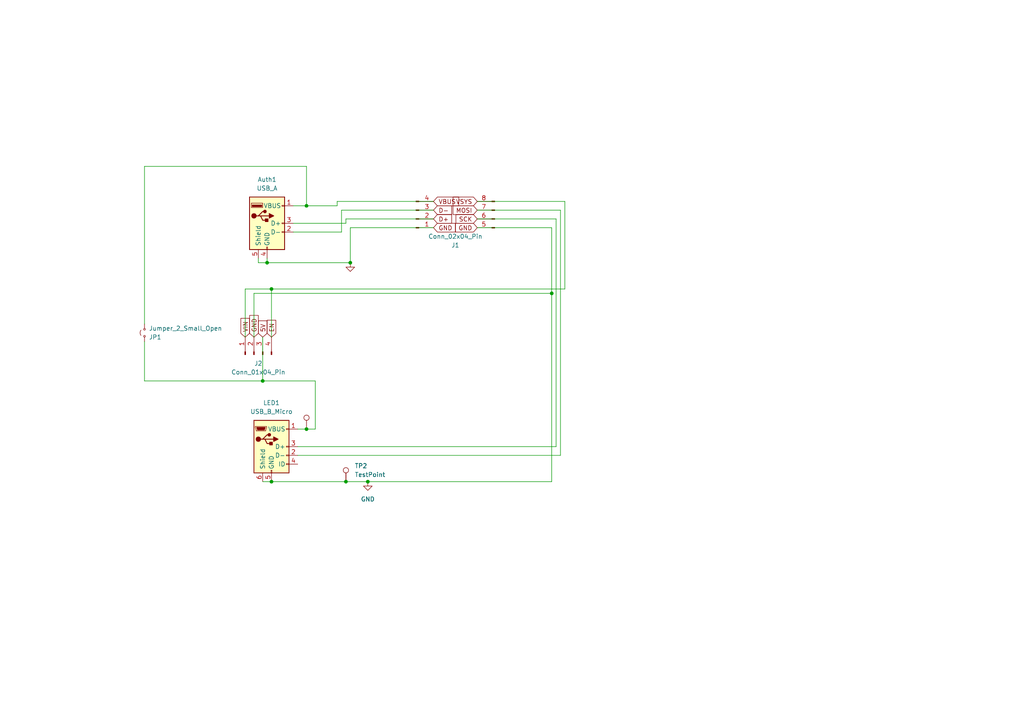
<source format=kicad_sch>
(kicad_sch
	(version 20231120)
	(generator "eeschema")
	(generator_version "8.0")
	(uuid "9fa020fe-4116-4789-b384-fe86ca7975e5")
	(paper "A4")
	(lib_symbols
		(symbol "Connector:Conn_01x04_Pin"
			(pin_names
				(offset 1.016) hide)
			(exclude_from_sim no)
			(in_bom yes)
			(on_board yes)
			(property "Reference" "J"
				(at 0 5.08 0)
				(effects
					(font
						(size 1.27 1.27)
					)
				)
			)
			(property "Value" "Conn_01x04_Pin"
				(at 0 -7.62 0)
				(effects
					(font
						(size 1.27 1.27)
					)
				)
			)
			(property "Footprint" ""
				(at 0 0 0)
				(effects
					(font
						(size 1.27 1.27)
					)
					(hide yes)
				)
			)
			(property "Datasheet" "~"
				(at 0 0 0)
				(effects
					(font
						(size 1.27 1.27)
					)
					(hide yes)
				)
			)
			(property "Description" "Generic connector, single row, 01x04, script generated"
				(at 0 0 0)
				(effects
					(font
						(size 1.27 1.27)
					)
					(hide yes)
				)
			)
			(property "ki_locked" ""
				(at 0 0 0)
				(effects
					(font
						(size 1.27 1.27)
					)
				)
			)
			(property "ki_keywords" "connector"
				(at 0 0 0)
				(effects
					(font
						(size 1.27 1.27)
					)
					(hide yes)
				)
			)
			(property "ki_fp_filters" "Connector*:*_1x??_*"
				(at 0 0 0)
				(effects
					(font
						(size 1.27 1.27)
					)
					(hide yes)
				)
			)
			(symbol "Conn_01x04_Pin_1_1"
				(polyline
					(pts
						(xy 1.27 -5.08) (xy 0.8636 -5.08)
					)
					(stroke
						(width 0.1524)
						(type default)
					)
					(fill
						(type none)
					)
				)
				(polyline
					(pts
						(xy 1.27 -2.54) (xy 0.8636 -2.54)
					)
					(stroke
						(width 0.1524)
						(type default)
					)
					(fill
						(type none)
					)
				)
				(polyline
					(pts
						(xy 1.27 0) (xy 0.8636 0)
					)
					(stroke
						(width 0.1524)
						(type default)
					)
					(fill
						(type none)
					)
				)
				(polyline
					(pts
						(xy 1.27 2.54) (xy 0.8636 2.54)
					)
					(stroke
						(width 0.1524)
						(type default)
					)
					(fill
						(type none)
					)
				)
				(rectangle
					(start 0.8636 -4.953)
					(end 0 -5.207)
					(stroke
						(width 0.1524)
						(type default)
					)
					(fill
						(type outline)
					)
				)
				(rectangle
					(start 0.8636 -2.413)
					(end 0 -2.667)
					(stroke
						(width 0.1524)
						(type default)
					)
					(fill
						(type outline)
					)
				)
				(rectangle
					(start 0.8636 0.127)
					(end 0 -0.127)
					(stroke
						(width 0.1524)
						(type default)
					)
					(fill
						(type outline)
					)
				)
				(rectangle
					(start 0.8636 2.667)
					(end 0 2.413)
					(stroke
						(width 0.1524)
						(type default)
					)
					(fill
						(type outline)
					)
				)
				(pin passive line
					(at 5.08 2.54 180)
					(length 3.81)
					(name "Pin_1"
						(effects
							(font
								(size 1.27 1.27)
							)
						)
					)
					(number "1"
						(effects
							(font
								(size 1.27 1.27)
							)
						)
					)
				)
				(pin passive line
					(at 5.08 0 180)
					(length 3.81)
					(name "Pin_2"
						(effects
							(font
								(size 1.27 1.27)
							)
						)
					)
					(number "2"
						(effects
							(font
								(size 1.27 1.27)
							)
						)
					)
				)
				(pin passive line
					(at 5.08 -2.54 180)
					(length 3.81)
					(name "Pin_3"
						(effects
							(font
								(size 1.27 1.27)
							)
						)
					)
					(number "3"
						(effects
							(font
								(size 1.27 1.27)
							)
						)
					)
				)
				(pin passive line
					(at 5.08 -5.08 180)
					(length 3.81)
					(name "Pin_4"
						(effects
							(font
								(size 1.27 1.27)
							)
						)
					)
					(number "4"
						(effects
							(font
								(size 1.27 1.27)
							)
						)
					)
				)
			)
		)
		(symbol "Connector:TestPoint"
			(pin_numbers hide)
			(pin_names
				(offset 0.762) hide)
			(exclude_from_sim no)
			(in_bom yes)
			(on_board yes)
			(property "Reference" "TP"
				(at 0 6.858 0)
				(effects
					(font
						(size 1.27 1.27)
					)
				)
			)
			(property "Value" "TestPoint"
				(at 0 5.08 0)
				(effects
					(font
						(size 1.27 1.27)
					)
				)
			)
			(property "Footprint" ""
				(at 5.08 0 0)
				(effects
					(font
						(size 1.27 1.27)
					)
					(hide yes)
				)
			)
			(property "Datasheet" "~"
				(at 5.08 0 0)
				(effects
					(font
						(size 1.27 1.27)
					)
					(hide yes)
				)
			)
			(property "Description" "test point"
				(at 0 0 0)
				(effects
					(font
						(size 1.27 1.27)
					)
					(hide yes)
				)
			)
			(property "ki_keywords" "test point tp"
				(at 0 0 0)
				(effects
					(font
						(size 1.27 1.27)
					)
					(hide yes)
				)
			)
			(property "ki_fp_filters" "Pin* Test*"
				(at 0 0 0)
				(effects
					(font
						(size 1.27 1.27)
					)
					(hide yes)
				)
			)
			(symbol "TestPoint_0_1"
				(circle
					(center 0 3.302)
					(radius 0.762)
					(stroke
						(width 0)
						(type default)
					)
					(fill
						(type none)
					)
				)
			)
			(symbol "TestPoint_1_1"
				(pin passive line
					(at 0 0 90)
					(length 2.54)
					(name "1"
						(effects
							(font
								(size 1.27 1.27)
							)
						)
					)
					(number "1"
						(effects
							(font
								(size 1.27 1.27)
							)
						)
					)
				)
			)
		)
		(symbol "Connector:USB_A"
			(pin_names
				(offset 1.016)
			)
			(exclude_from_sim no)
			(in_bom yes)
			(on_board yes)
			(property "Reference" "J"
				(at -5.08 11.43 0)
				(effects
					(font
						(size 1.27 1.27)
					)
					(justify left)
				)
			)
			(property "Value" "USB_A"
				(at -5.08 8.89 0)
				(effects
					(font
						(size 1.27 1.27)
					)
					(justify left)
				)
			)
			(property "Footprint" ""
				(at 3.81 -1.27 0)
				(effects
					(font
						(size 1.27 1.27)
					)
					(hide yes)
				)
			)
			(property "Datasheet" "~"
				(at 3.81 -1.27 0)
				(effects
					(font
						(size 1.27 1.27)
					)
					(hide yes)
				)
			)
			(property "Description" "USB Type A connector"
				(at 0 0 0)
				(effects
					(font
						(size 1.27 1.27)
					)
					(hide yes)
				)
			)
			(property "ki_keywords" "connector USB"
				(at 0 0 0)
				(effects
					(font
						(size 1.27 1.27)
					)
					(hide yes)
				)
			)
			(property "ki_fp_filters" "USB*"
				(at 0 0 0)
				(effects
					(font
						(size 1.27 1.27)
					)
					(hide yes)
				)
			)
			(symbol "USB_A_0_1"
				(rectangle
					(start -5.08 -7.62)
					(end 5.08 7.62)
					(stroke
						(width 0.254)
						(type default)
					)
					(fill
						(type background)
					)
				)
				(circle
					(center -3.81 2.159)
					(radius 0.635)
					(stroke
						(width 0.254)
						(type default)
					)
					(fill
						(type outline)
					)
				)
				(rectangle
					(start -1.524 4.826)
					(end -4.318 5.334)
					(stroke
						(width 0)
						(type default)
					)
					(fill
						(type outline)
					)
				)
				(rectangle
					(start -1.27 4.572)
					(end -4.572 5.842)
					(stroke
						(width 0)
						(type default)
					)
					(fill
						(type none)
					)
				)
				(circle
					(center -0.635 3.429)
					(radius 0.381)
					(stroke
						(width 0.254)
						(type default)
					)
					(fill
						(type outline)
					)
				)
				(rectangle
					(start -0.127 -7.62)
					(end 0.127 -6.858)
					(stroke
						(width 0)
						(type default)
					)
					(fill
						(type none)
					)
				)
				(polyline
					(pts
						(xy -3.175 2.159) (xy -2.54 2.159) (xy -1.27 3.429) (xy -0.635 3.429)
					)
					(stroke
						(width 0.254)
						(type default)
					)
					(fill
						(type none)
					)
				)
				(polyline
					(pts
						(xy -2.54 2.159) (xy -1.905 2.159) (xy -1.27 0.889) (xy 0 0.889)
					)
					(stroke
						(width 0.254)
						(type default)
					)
					(fill
						(type none)
					)
				)
				(polyline
					(pts
						(xy 0.635 2.794) (xy 0.635 1.524) (xy 1.905 2.159) (xy 0.635 2.794)
					)
					(stroke
						(width 0.254)
						(type default)
					)
					(fill
						(type outline)
					)
				)
				(rectangle
					(start 0.254 1.27)
					(end -0.508 0.508)
					(stroke
						(width 0.254)
						(type default)
					)
					(fill
						(type outline)
					)
				)
				(rectangle
					(start 5.08 -2.667)
					(end 4.318 -2.413)
					(stroke
						(width 0)
						(type default)
					)
					(fill
						(type none)
					)
				)
				(rectangle
					(start 5.08 -0.127)
					(end 4.318 0.127)
					(stroke
						(width 0)
						(type default)
					)
					(fill
						(type none)
					)
				)
				(rectangle
					(start 5.08 4.953)
					(end 4.318 5.207)
					(stroke
						(width 0)
						(type default)
					)
					(fill
						(type none)
					)
				)
			)
			(symbol "USB_A_1_1"
				(polyline
					(pts
						(xy -1.905 2.159) (xy 0.635 2.159)
					)
					(stroke
						(width 0.254)
						(type default)
					)
					(fill
						(type none)
					)
				)
				(pin power_in line
					(at 7.62 5.08 180)
					(length 2.54)
					(name "VBUS"
						(effects
							(font
								(size 1.27 1.27)
							)
						)
					)
					(number "1"
						(effects
							(font
								(size 1.27 1.27)
							)
						)
					)
				)
				(pin bidirectional line
					(at 7.62 -2.54 180)
					(length 2.54)
					(name "D-"
						(effects
							(font
								(size 1.27 1.27)
							)
						)
					)
					(number "2"
						(effects
							(font
								(size 1.27 1.27)
							)
						)
					)
				)
				(pin bidirectional line
					(at 7.62 0 180)
					(length 2.54)
					(name "D+"
						(effects
							(font
								(size 1.27 1.27)
							)
						)
					)
					(number "3"
						(effects
							(font
								(size 1.27 1.27)
							)
						)
					)
				)
				(pin power_in line
					(at 0 -10.16 90)
					(length 2.54)
					(name "GND"
						(effects
							(font
								(size 1.27 1.27)
							)
						)
					)
					(number "4"
						(effects
							(font
								(size 1.27 1.27)
							)
						)
					)
				)
				(pin passive line
					(at -2.54 -10.16 90)
					(length 2.54)
					(name "Shield"
						(effects
							(font
								(size 1.27 1.27)
							)
						)
					)
					(number "5"
						(effects
							(font
								(size 1.27 1.27)
							)
						)
					)
				)
			)
		)
		(symbol "Connector:USB_B_Micro"
			(pin_names
				(offset 1.016)
			)
			(exclude_from_sim no)
			(in_bom yes)
			(on_board yes)
			(property "Reference" "J"
				(at -5.08 11.43 0)
				(effects
					(font
						(size 1.27 1.27)
					)
					(justify left)
				)
			)
			(property "Value" "USB_B_Micro"
				(at -5.08 8.89 0)
				(effects
					(font
						(size 1.27 1.27)
					)
					(justify left)
				)
			)
			(property "Footprint" ""
				(at 3.81 -1.27 0)
				(effects
					(font
						(size 1.27 1.27)
					)
					(hide yes)
				)
			)
			(property "Datasheet" "~"
				(at 3.81 -1.27 0)
				(effects
					(font
						(size 1.27 1.27)
					)
					(hide yes)
				)
			)
			(property "Description" "USB Micro Type B connector"
				(at 0 0 0)
				(effects
					(font
						(size 1.27 1.27)
					)
					(hide yes)
				)
			)
			(property "ki_keywords" "connector USB micro"
				(at 0 0 0)
				(effects
					(font
						(size 1.27 1.27)
					)
					(hide yes)
				)
			)
			(property "ki_fp_filters" "USB*"
				(at 0 0 0)
				(effects
					(font
						(size 1.27 1.27)
					)
					(hide yes)
				)
			)
			(symbol "USB_B_Micro_0_1"
				(rectangle
					(start -5.08 -7.62)
					(end 5.08 7.62)
					(stroke
						(width 0.254)
						(type default)
					)
					(fill
						(type background)
					)
				)
				(circle
					(center -3.81 2.159)
					(radius 0.635)
					(stroke
						(width 0.254)
						(type default)
					)
					(fill
						(type outline)
					)
				)
				(circle
					(center -0.635 3.429)
					(radius 0.381)
					(stroke
						(width 0.254)
						(type default)
					)
					(fill
						(type outline)
					)
				)
				(rectangle
					(start -0.127 -7.62)
					(end 0.127 -6.858)
					(stroke
						(width 0)
						(type default)
					)
					(fill
						(type none)
					)
				)
				(polyline
					(pts
						(xy -1.905 2.159) (xy 0.635 2.159)
					)
					(stroke
						(width 0.254)
						(type default)
					)
					(fill
						(type none)
					)
				)
				(polyline
					(pts
						(xy -3.175 2.159) (xy -2.54 2.159) (xy -1.27 3.429) (xy -0.635 3.429)
					)
					(stroke
						(width 0.254)
						(type default)
					)
					(fill
						(type none)
					)
				)
				(polyline
					(pts
						(xy -2.54 2.159) (xy -1.905 2.159) (xy -1.27 0.889) (xy 0 0.889)
					)
					(stroke
						(width 0.254)
						(type default)
					)
					(fill
						(type none)
					)
				)
				(polyline
					(pts
						(xy 0.635 2.794) (xy 0.635 1.524) (xy 1.905 2.159) (xy 0.635 2.794)
					)
					(stroke
						(width 0.254)
						(type default)
					)
					(fill
						(type outline)
					)
				)
				(polyline
					(pts
						(xy -4.318 5.588) (xy -1.778 5.588) (xy -2.032 4.826) (xy -4.064 4.826) (xy -4.318 5.588)
					)
					(stroke
						(width 0)
						(type default)
					)
					(fill
						(type outline)
					)
				)
				(polyline
					(pts
						(xy -4.699 5.842) (xy -4.699 5.588) (xy -4.445 4.826) (xy -4.445 4.572) (xy -1.651 4.572) (xy -1.651 4.826)
						(xy -1.397 5.588) (xy -1.397 5.842) (xy -4.699 5.842)
					)
					(stroke
						(width 0)
						(type default)
					)
					(fill
						(type none)
					)
				)
				(rectangle
					(start 0.254 1.27)
					(end -0.508 0.508)
					(stroke
						(width 0.254)
						(type default)
					)
					(fill
						(type outline)
					)
				)
				(rectangle
					(start 5.08 -5.207)
					(end 4.318 -4.953)
					(stroke
						(width 0)
						(type default)
					)
					(fill
						(type none)
					)
				)
				(rectangle
					(start 5.08 -2.667)
					(end 4.318 -2.413)
					(stroke
						(width 0)
						(type default)
					)
					(fill
						(type none)
					)
				)
				(rectangle
					(start 5.08 -0.127)
					(end 4.318 0.127)
					(stroke
						(width 0)
						(type default)
					)
					(fill
						(type none)
					)
				)
				(rectangle
					(start 5.08 4.953)
					(end 4.318 5.207)
					(stroke
						(width 0)
						(type default)
					)
					(fill
						(type none)
					)
				)
			)
			(symbol "USB_B_Micro_1_1"
				(pin power_out line
					(at 7.62 5.08 180)
					(length 2.54)
					(name "VBUS"
						(effects
							(font
								(size 1.27 1.27)
							)
						)
					)
					(number "1"
						(effects
							(font
								(size 1.27 1.27)
							)
						)
					)
				)
				(pin bidirectional line
					(at 7.62 -2.54 180)
					(length 2.54)
					(name "D-"
						(effects
							(font
								(size 1.27 1.27)
							)
						)
					)
					(number "2"
						(effects
							(font
								(size 1.27 1.27)
							)
						)
					)
				)
				(pin bidirectional line
					(at 7.62 0 180)
					(length 2.54)
					(name "D+"
						(effects
							(font
								(size 1.27 1.27)
							)
						)
					)
					(number "3"
						(effects
							(font
								(size 1.27 1.27)
							)
						)
					)
				)
				(pin passive line
					(at 7.62 -5.08 180)
					(length 2.54)
					(name "ID"
						(effects
							(font
								(size 1.27 1.27)
							)
						)
					)
					(number "4"
						(effects
							(font
								(size 1.27 1.27)
							)
						)
					)
				)
				(pin power_out line
					(at 0 -10.16 90)
					(length 2.54)
					(name "GND"
						(effects
							(font
								(size 1.27 1.27)
							)
						)
					)
					(number "5"
						(effects
							(font
								(size 1.27 1.27)
							)
						)
					)
				)
				(pin passive line
					(at -2.54 -10.16 90)
					(length 2.54)
					(name "Shield"
						(effects
							(font
								(size 1.27 1.27)
							)
						)
					)
					(number "6"
						(effects
							(font
								(size 1.27 1.27)
							)
						)
					)
				)
			)
		)
		(symbol "CustomSymbols:Conn_02x04_Pin"
			(pin_names
				(offset 1.016) hide)
			(exclude_from_sim no)
			(in_bom yes)
			(on_board yes)
			(property "Reference" "J"
				(at 0 5.08 0)
				(effects
					(font
						(size 1.27 1.27)
					)
				)
			)
			(property "Value" "Conn_02x04_Pin"
				(at 0 -7.62 0)
				(effects
					(font
						(size 1.27 1.27)
					)
				)
			)
			(property "Footprint" ""
				(at -11.43 0 0)
				(effects
					(font
						(size 1.27 1.27)
					)
					(hide yes)
				)
			)
			(property "Datasheet" "~"
				(at -11.43 0 0)
				(effects
					(font
						(size 1.27 1.27)
					)
					(hide yes)
				)
			)
			(property "Description" "Generic connector, single row, 01x04, script generated"
				(at 0 0 0)
				(effects
					(font
						(size 1.27 1.27)
					)
					(hide yes)
				)
			)
			(property "ki_locked" ""
				(at 0 0 0)
				(effects
					(font
						(size 1.27 1.27)
					)
				)
			)
			(property "ki_keywords" "connector"
				(at 0 0 0)
				(effects
					(font
						(size 1.27 1.27)
					)
					(hide yes)
				)
			)
			(property "ki_fp_filters" "Connector*:*_1x??_*"
				(at 0 0 0)
				(effects
					(font
						(size 1.27 1.27)
					)
					(hide yes)
				)
			)
			(symbol "Conn_02x04_Pin_1_1"
				(rectangle
					(start -10.5664 -4.953)
					(end -11.43 -5.207)
					(stroke
						(width 0.1524)
						(type default)
					)
					(fill
						(type outline)
					)
				)
				(rectangle
					(start -10.5664 -2.413)
					(end -11.43 -2.667)
					(stroke
						(width 0.1524)
						(type default)
					)
					(fill
						(type outline)
					)
				)
				(rectangle
					(start -10.5664 0.127)
					(end -11.43 -0.127)
					(stroke
						(width 0.1524)
						(type default)
					)
					(fill
						(type outline)
					)
				)
				(rectangle
					(start -10.5664 2.667)
					(end -11.43 2.413)
					(stroke
						(width 0.1524)
						(type default)
					)
					(fill
						(type outline)
					)
				)
				(polyline
					(pts
						(xy -10.16 -5.08) (xy -10.5664 -5.08)
					)
					(stroke
						(width 0.1524)
						(type default)
					)
					(fill
						(type none)
					)
				)
				(polyline
					(pts
						(xy -10.16 -2.54) (xy -10.5664 -2.54)
					)
					(stroke
						(width 0.1524)
						(type default)
					)
					(fill
						(type none)
					)
				)
				(polyline
					(pts
						(xy -10.16 0) (xy -10.5664 0)
					)
					(stroke
						(width 0.1524)
						(type default)
					)
					(fill
						(type none)
					)
				)
				(polyline
					(pts
						(xy -10.16 2.54) (xy -10.5664 2.54)
					)
					(stroke
						(width 0.1524)
						(type default)
					)
					(fill
						(type none)
					)
				)
				(polyline
					(pts
						(xy 10.16 -5.08) (xy 10.5664 -5.08)
					)
					(stroke
						(width 0.1524)
						(type default)
					)
					(fill
						(type none)
					)
				)
				(polyline
					(pts
						(xy 10.16 -2.54) (xy 10.5664 -2.54)
					)
					(stroke
						(width 0.1524)
						(type default)
					)
					(fill
						(type none)
					)
				)
				(polyline
					(pts
						(xy 10.16 0) (xy 10.5664 0)
					)
					(stroke
						(width 0.1524)
						(type default)
					)
					(fill
						(type none)
					)
				)
				(polyline
					(pts
						(xy 10.16 2.54) (xy 10.5664 2.54)
					)
					(stroke
						(width 0.1524)
						(type default)
					)
					(fill
						(type none)
					)
				)
				(rectangle
					(start 10.5664 -4.953)
					(end 11.43 -5.207)
					(stroke
						(width 0.1524)
						(type default)
					)
					(fill
						(type outline)
					)
				)
				(rectangle
					(start 10.5664 -2.413)
					(end 11.43 -2.667)
					(stroke
						(width 0.1524)
						(type default)
					)
					(fill
						(type outline)
					)
				)
				(rectangle
					(start 10.5664 0.127)
					(end 11.43 -0.127)
					(stroke
						(width 0.1524)
						(type default)
					)
					(fill
						(type outline)
					)
				)
				(rectangle
					(start 10.5664 2.667)
					(end 11.43 2.413)
					(stroke
						(width 0.1524)
						(type default)
					)
					(fill
						(type outline)
					)
				)
				(pin passive line
					(at -6.35 2.54 180)
					(length 3.81)
					(name "Pin_1"
						(effects
							(font
								(size 1.27 1.27)
							)
						)
					)
					(number "1"
						(effects
							(font
								(size 1.27 1.27)
							)
						)
					)
				)
				(pin passive line
					(at -6.35 0 180)
					(length 3.81)
					(name "Pin_2"
						(effects
							(font
								(size 1.27 1.27)
							)
						)
					)
					(number "2"
						(effects
							(font
								(size 1.27 1.27)
							)
						)
					)
				)
				(pin passive line
					(at -6.35 -2.54 180)
					(length 3.81)
					(name "Pin_3"
						(effects
							(font
								(size 1.27 1.27)
							)
						)
					)
					(number "3"
						(effects
							(font
								(size 1.27 1.27)
							)
						)
					)
				)
				(pin passive line
					(at -6.35 -5.08 180)
					(length 3.81)
					(name "Pin_4"
						(effects
							(font
								(size 1.27 1.27)
							)
						)
					)
					(number "4"
						(effects
							(font
								(size 1.27 1.27)
							)
						)
					)
				)
				(pin passive line
					(at 6.35 2.54 0)
					(length 3.81)
					(name "Pin_5"
						(effects
							(font
								(size 1.27 1.27)
							)
						)
					)
					(number "5"
						(effects
							(font
								(size 1.27 1.27)
							)
						)
					)
				)
				(pin passive line
					(at 6.35 0 0)
					(length 3.81)
					(name "Pin_6"
						(effects
							(font
								(size 1.27 1.27)
							)
						)
					)
					(number "6"
						(effects
							(font
								(size 1.27 1.27)
							)
						)
					)
				)
				(pin passive line
					(at 6.35 -2.54 0)
					(length 3.81)
					(name "Pin_7"
						(effects
							(font
								(size 1.27 1.27)
							)
						)
					)
					(number "7"
						(effects
							(font
								(size 1.27 1.27)
							)
						)
					)
				)
				(pin passive line
					(at 6.35 -5.08 0)
					(length 3.81)
					(name "Pin_8"
						(effects
							(font
								(size 1.27 1.27)
							)
						)
					)
					(number "8"
						(effects
							(font
								(size 1.27 1.27)
							)
						)
					)
				)
			)
		)
		(symbol "Jumper:Jumper_2_Small_Open"
			(pin_numbers hide)
			(pin_names
				(offset 0) hide)
			(exclude_from_sim yes)
			(in_bom yes)
			(on_board yes)
			(property "Reference" "JP"
				(at 0 2.794 0)
				(effects
					(font
						(size 1.27 1.27)
					)
				)
			)
			(property "Value" "Jumper_2_Small_Open"
				(at 0 -2.286 0)
				(effects
					(font
						(size 1.27 1.27)
					)
				)
			)
			(property "Footprint" ""
				(at 0 0 0)
				(effects
					(font
						(size 1.27 1.27)
					)
					(hide yes)
				)
			)
			(property "Datasheet" "~"
				(at 0 0 0)
				(effects
					(font
						(size 1.27 1.27)
					)
					(hide yes)
				)
			)
			(property "Description" "Jumper, 2-pole, small symbol, open"
				(at 0 0 0)
				(effects
					(font
						(size 1.27 1.27)
					)
					(hide yes)
				)
			)
			(property "ki_keywords" "Jumper SPST"
				(at 0 0 0)
				(effects
					(font
						(size 1.27 1.27)
					)
					(hide yes)
				)
			)
			(property "ki_fp_filters" "Jumper* TestPoint*2Pads* TestPoint*Bridge*"
				(at 0 0 0)
				(effects
					(font
						(size 1.27 1.27)
					)
					(hide yes)
				)
			)
			(symbol "Jumper_2_Small_Open_0_0"
				(circle
					(center -1.016 0)
					(radius 0.254)
					(stroke
						(width 0)
						(type default)
					)
					(fill
						(type none)
					)
				)
				(circle
					(center 1.016 0)
					(radius 0.254)
					(stroke
						(width 0)
						(type default)
					)
					(fill
						(type none)
					)
				)
			)
			(symbol "Jumper_2_Small_Open_0_1"
				(arc
					(start 0.762 1.0196)
					(mid 0 1.2729)
					(end -0.762 1.0196)
					(stroke
						(width 0)
						(type default)
					)
					(fill
						(type none)
					)
				)
			)
			(symbol "Jumper_2_Small_Open_1_1"
				(pin passive line
					(at -2.54 0 0)
					(length 1.27)
					(name "A"
						(effects
							(font
								(size 1.27 1.27)
							)
						)
					)
					(number "1"
						(effects
							(font
								(size 1.27 1.27)
							)
						)
					)
				)
				(pin passive line
					(at 2.54 0 180)
					(length 1.27)
					(name "B"
						(effects
							(font
								(size 1.27 1.27)
							)
						)
					)
					(number "2"
						(effects
							(font
								(size 1.27 1.27)
							)
						)
					)
				)
			)
		)
		(symbol "power:GND"
			(power)
			(pin_numbers hide)
			(pin_names
				(offset 0) hide)
			(exclude_from_sim no)
			(in_bom yes)
			(on_board yes)
			(property "Reference" "#PWR"
				(at 0 -6.35 0)
				(effects
					(font
						(size 1.27 1.27)
					)
					(hide yes)
				)
			)
			(property "Value" "GND"
				(at 0 -3.81 0)
				(effects
					(font
						(size 1.27 1.27)
					)
				)
			)
			(property "Footprint" ""
				(at 0 0 0)
				(effects
					(font
						(size 1.27 1.27)
					)
					(hide yes)
				)
			)
			(property "Datasheet" ""
				(at 0 0 0)
				(effects
					(font
						(size 1.27 1.27)
					)
					(hide yes)
				)
			)
			(property "Description" "Power symbol creates a global label with name \"GND\" , ground"
				(at 0 0 0)
				(effects
					(font
						(size 1.27 1.27)
					)
					(hide yes)
				)
			)
			(property "ki_keywords" "global power"
				(at 0 0 0)
				(effects
					(font
						(size 1.27 1.27)
					)
					(hide yes)
				)
			)
			(symbol "GND_0_1"
				(polyline
					(pts
						(xy 0 0) (xy 0 -1.27) (xy 1.27 -1.27) (xy 0 -2.54) (xy -1.27 -1.27) (xy 0 -1.27)
					)
					(stroke
						(width 0)
						(type default)
					)
					(fill
						(type none)
					)
				)
			)
			(symbol "GND_1_1"
				(pin power_in line
					(at 0 0 270)
					(length 0)
					(name "~"
						(effects
							(font
								(size 1.27 1.27)
							)
						)
					)
					(number "1"
						(effects
							(font
								(size 1.27 1.27)
							)
						)
					)
				)
			)
		)
	)
	(junction
		(at 101.6 76.2)
		(diameter 0)
		(color 0 0 0 0)
		(uuid "1dcf4424-c2bb-496f-b6a6-eaf8dd169400")
	)
	(junction
		(at 100.33 139.7)
		(diameter 0)
		(color 0 0 0 0)
		(uuid "37eb175f-bd47-4b52-aa88-29f6e6d19fda")
	)
	(junction
		(at 78.74 139.7)
		(diameter 0)
		(color 0 0 0 0)
		(uuid "4817bf0c-7b8f-4f22-ada6-125a6be49c23")
	)
	(junction
		(at 78.74 83.82)
		(diameter 0)
		(color 0 0 0 0)
		(uuid "5c40ae74-2ed3-4448-b56c-6ede9a56b88f")
	)
	(junction
		(at 160.02 85.09)
		(diameter 0)
		(color 0 0 0 0)
		(uuid "6ef720d4-8326-4448-8eea-1a80bba9106c")
	)
	(junction
		(at 88.9 124.46)
		(diameter 0)
		(color 0 0 0 0)
		(uuid "80c912b4-364c-424e-8f86-423c894965c0")
	)
	(junction
		(at 77.47 76.2)
		(diameter 0)
		(color 0 0 0 0)
		(uuid "926d7c37-713f-48e7-b2c6-7dde8e82b3af")
	)
	(junction
		(at 76.2 110.49)
		(diameter 0)
		(color 0 0 0 0)
		(uuid "bc7a4e1d-826b-44e1-99e4-53d67a3dfea5")
	)
	(junction
		(at 88.9 59.69)
		(diameter 0)
		(color 0 0 0 0)
		(uuid "c42cd8fc-1b4c-4a8a-8a21-9d3b1d32e002")
	)
	(junction
		(at 106.68 139.7)
		(diameter 0)
		(color 0 0 0 0)
		(uuid "ea3c7311-baa3-4460-aef1-575e0c365f52")
	)
	(wire
		(pts
			(xy 85.09 67.31) (xy 99.06 67.31)
		)
		(stroke
			(width 0)
			(type default)
		)
		(uuid "02e1049a-1304-4aed-ba0a-a953eb354137")
	)
	(wire
		(pts
			(xy 138.43 66.04) (xy 160.02 66.04)
		)
		(stroke
			(width 0)
			(type default)
		)
		(uuid "0657da62-3a68-42e0-a4ac-67ccd2c13e8e")
	)
	(wire
		(pts
			(xy 106.68 139.7) (xy 160.02 139.7)
		)
		(stroke
			(width 0)
			(type default)
		)
		(uuid "067e6d42-5df3-46cc-a25f-6cf212e0a381")
	)
	(wire
		(pts
			(xy 77.47 76.2) (xy 74.93 76.2)
		)
		(stroke
			(width 0)
			(type default)
		)
		(uuid "06f3358d-2120-4bd1-b3c8-e56b4962b2c8")
	)
	(wire
		(pts
			(xy 162.56 60.96) (xy 162.56 132.08)
		)
		(stroke
			(width 0)
			(type default)
		)
		(uuid "0a6f62bc-da21-46b1-a31a-8fb0ee511c68")
	)
	(wire
		(pts
			(xy 161.29 63.5) (xy 161.29 129.54)
		)
		(stroke
			(width 0)
			(type default)
		)
		(uuid "13ba5435-8700-410f-87cc-a2c4fd787684")
	)
	(wire
		(pts
			(xy 86.36 132.08) (xy 162.56 132.08)
		)
		(stroke
			(width 0)
			(type default)
		)
		(uuid "19b3f673-b825-494f-91ed-b9731358be1d")
	)
	(wire
		(pts
			(xy 41.91 48.26) (xy 88.9 48.26)
		)
		(stroke
			(width 0)
			(type default)
		)
		(uuid "1f594ca0-c984-44f2-87a0-26f4bbf5c961")
	)
	(wire
		(pts
			(xy 88.9 48.26) (xy 88.9 59.69)
		)
		(stroke
			(width 0)
			(type default)
		)
		(uuid "275c0ca4-bcbb-4058-bf31-d202568fd281")
	)
	(wire
		(pts
			(xy 76.2 139.7) (xy 78.74 139.7)
		)
		(stroke
			(width 0)
			(type default)
		)
		(uuid "298a95c3-91c4-4341-9b51-7f10eac96f19")
	)
	(wire
		(pts
			(xy 41.91 93.98) (xy 41.91 48.26)
		)
		(stroke
			(width 0)
			(type default)
		)
		(uuid "29c7e07b-573f-4b51-8e59-120155df5c0b")
	)
	(wire
		(pts
			(xy 78.74 139.7) (xy 100.33 139.7)
		)
		(stroke
			(width 0)
			(type default)
		)
		(uuid "2e7779e7-9a55-47e4-9ec8-b32a1e9b9041")
	)
	(wire
		(pts
			(xy 97.79 59.69) (xy 97.79 58.42)
		)
		(stroke
			(width 0)
			(type default)
		)
		(uuid "2f076104-1622-4761-8f9c-6fbe670fefae")
	)
	(wire
		(pts
			(xy 99.06 60.96) (xy 125.73 60.96)
		)
		(stroke
			(width 0)
			(type default)
		)
		(uuid "344536ee-4e32-454d-9fdb-860fc9ecf192")
	)
	(wire
		(pts
			(xy 138.43 60.96) (xy 162.56 60.96)
		)
		(stroke
			(width 0)
			(type default)
		)
		(uuid "36dcc801-3e5a-43ff-9541-a7e1fdf3d9f6")
	)
	(wire
		(pts
			(xy 99.06 67.31) (xy 99.06 60.96)
		)
		(stroke
			(width 0)
			(type default)
		)
		(uuid "398a0acd-22cd-4a48-a4f5-be8d33643cef")
	)
	(wire
		(pts
			(xy 76.2 110.49) (xy 76.2 97.79)
		)
		(stroke
			(width 0)
			(type default)
		)
		(uuid "496f558a-2858-4fa6-b390-fda353a0e042")
	)
	(wire
		(pts
			(xy 41.91 110.49) (xy 76.2 110.49)
		)
		(stroke
			(width 0)
			(type default)
		)
		(uuid "49cb1157-5ba8-4931-9cd1-c7cb7b3c3493")
	)
	(wire
		(pts
			(xy 78.74 83.82) (xy 78.74 97.79)
		)
		(stroke
			(width 0)
			(type default)
		)
		(uuid "4af09b68-d042-4b42-89f9-a2f348702574")
	)
	(wire
		(pts
			(xy 77.47 76.2) (xy 101.6 76.2)
		)
		(stroke
			(width 0)
			(type default)
		)
		(uuid "4b6a4e0b-d529-46a9-8cc9-6eb2c3aca96e")
	)
	(wire
		(pts
			(xy 74.93 76.2) (xy 74.93 74.93)
		)
		(stroke
			(width 0)
			(type default)
		)
		(uuid "5229bd72-826c-4832-a3be-9545d0a99942")
	)
	(wire
		(pts
			(xy 97.79 58.42) (xy 125.73 58.42)
		)
		(stroke
			(width 0)
			(type default)
		)
		(uuid "6125d1aa-9b2a-4bea-bb07-fc27b60c57c2")
	)
	(wire
		(pts
			(xy 88.9 124.46) (xy 86.36 124.46)
		)
		(stroke
			(width 0)
			(type default)
		)
		(uuid "697f1ef8-dfbe-4090-8473-cc90beb4b7b5")
	)
	(wire
		(pts
			(xy 100.33 64.77) (xy 100.33 63.5)
		)
		(stroke
			(width 0)
			(type default)
		)
		(uuid "7087b870-1eea-4394-80fe-166eb5d96fa1")
	)
	(wire
		(pts
			(xy 160.02 85.09) (xy 160.02 139.7)
		)
		(stroke
			(width 0)
			(type default)
		)
		(uuid "72a360e5-981c-4fc1-ab90-37cb5ac13328")
	)
	(wire
		(pts
			(xy 88.9 59.69) (xy 97.79 59.69)
		)
		(stroke
			(width 0)
			(type default)
		)
		(uuid "79079007-1edf-40c1-b2b6-046cdd5d4d43")
	)
	(wire
		(pts
			(xy 78.74 83.82) (xy 163.83 83.82)
		)
		(stroke
			(width 0)
			(type default)
		)
		(uuid "7ae93b4c-735c-4bb8-a642-cdfa1f8f8faf")
	)
	(wire
		(pts
			(xy 73.66 85.09) (xy 160.02 85.09)
		)
		(stroke
			(width 0)
			(type default)
		)
		(uuid "7eda841a-e181-41d4-bef9-f9600cc0cba3")
	)
	(wire
		(pts
			(xy 160.02 66.04) (xy 160.02 85.09)
		)
		(stroke
			(width 0)
			(type default)
		)
		(uuid "944de8b5-a7e9-42bd-80c4-1946af9d58e3")
	)
	(wire
		(pts
			(xy 85.09 59.69) (xy 88.9 59.69)
		)
		(stroke
			(width 0)
			(type default)
		)
		(uuid "9ac9b9b6-00e0-4fe8-a479-8acb4185d0e5")
	)
	(wire
		(pts
			(xy 91.44 124.46) (xy 88.9 124.46)
		)
		(stroke
			(width 0)
			(type default)
		)
		(uuid "9b1c5826-b6b5-47e7-8018-e6a52904aeff")
	)
	(wire
		(pts
			(xy 138.43 63.5) (xy 161.29 63.5)
		)
		(stroke
			(width 0)
			(type default)
		)
		(uuid "a04b054a-6910-492e-b6d3-950949ce910d")
	)
	(wire
		(pts
			(xy 71.12 97.79) (xy 71.12 83.82)
		)
		(stroke
			(width 0)
			(type default)
		)
		(uuid "ac85fdea-1149-46bc-9070-0860d740b97c")
	)
	(wire
		(pts
			(xy 73.66 97.79) (xy 73.66 85.09)
		)
		(stroke
			(width 0)
			(type default)
		)
		(uuid "af65476d-e6c4-4c02-881e-02457b08f823")
	)
	(wire
		(pts
			(xy 85.09 64.77) (xy 100.33 64.77)
		)
		(stroke
			(width 0)
			(type default)
		)
		(uuid "b83e0faa-1afd-4efd-82a7-b66bae563757")
	)
	(wire
		(pts
			(xy 91.44 124.46) (xy 91.44 110.49)
		)
		(stroke
			(width 0)
			(type default)
		)
		(uuid "c2ed1b26-b048-4504-84ef-bcb1c223fae8")
	)
	(wire
		(pts
			(xy 71.12 83.82) (xy 78.74 83.82)
		)
		(stroke
			(width 0)
			(type default)
		)
		(uuid "cabccf6a-cd43-4b09-8be4-999fa7dc6c72")
	)
	(wire
		(pts
			(xy 163.83 58.42) (xy 163.83 83.82)
		)
		(stroke
			(width 0)
			(type default)
		)
		(uuid "cdf8ef40-c2fa-425c-8090-16d48af188e2")
	)
	(wire
		(pts
			(xy 101.6 66.04) (xy 101.6 76.2)
		)
		(stroke
			(width 0)
			(type default)
		)
		(uuid "d6dafb86-513a-43af-99f9-f42a43479661")
	)
	(wire
		(pts
			(xy 86.36 129.54) (xy 161.29 129.54)
		)
		(stroke
			(width 0)
			(type default)
		)
		(uuid "db645f88-0808-40a9-9043-27baa93beb1e")
	)
	(wire
		(pts
			(xy 91.44 110.49) (xy 76.2 110.49)
		)
		(stroke
			(width 0)
			(type default)
		)
		(uuid "db69b6dc-700e-41f7-8f84-f70fa6893898")
	)
	(wire
		(pts
			(xy 77.47 74.93) (xy 77.47 76.2)
		)
		(stroke
			(width 0)
			(type default)
		)
		(uuid "df5d8f02-e5b9-4de2-8aad-5874612243db")
	)
	(wire
		(pts
			(xy 41.91 99.06) (xy 41.91 110.49)
		)
		(stroke
			(width 0)
			(type default)
		)
		(uuid "e36c4798-9e26-489a-8cdc-58323c41b978")
	)
	(wire
		(pts
			(xy 125.73 66.04) (xy 101.6 66.04)
		)
		(stroke
			(width 0)
			(type default)
		)
		(uuid "ed076080-84b0-47e6-a9ce-e9939a278ec6")
	)
	(wire
		(pts
			(xy 100.33 139.7) (xy 106.68 139.7)
		)
		(stroke
			(width 0)
			(type default)
		)
		(uuid "f6f12cba-d94a-4d6a-818b-3d02254f0c17")
	)
	(wire
		(pts
			(xy 138.43 58.42) (xy 163.83 58.42)
		)
		(stroke
			(width 0)
			(type default)
		)
		(uuid "fd405733-4ba0-46d0-8485-b48a7b5771d3")
	)
	(wire
		(pts
			(xy 100.33 63.5) (xy 125.73 63.5)
		)
		(stroke
			(width 0)
			(type default)
		)
		(uuid "fef33bff-ead3-4cc0-9885-e79ebe12070b")
	)
	(global_label "GND"
		(shape input)
		(at 73.66 97.79 90)
		(fields_autoplaced yes)
		(effects
			(font
				(size 1.27 1.27)
			)
			(justify left)
		)
		(uuid "03dbe2eb-f977-48de-abcf-b8abf6c5d24c")
		(property "Intersheetrefs" "${INTERSHEET_REFS}"
			(at 73.66 90.9343 90)
			(effects
				(font
					(size 1.27 1.27)
				)
				(justify left)
				(hide yes)
			)
		)
	)
	(global_label "GND"
		(shape input)
		(at 125.73 66.04 0)
		(fields_autoplaced yes)
		(effects
			(font
				(size 1.27 1.27)
			)
			(justify left)
		)
		(uuid "04065127-e2c9-4913-973f-10edf4e47284")
		(property "Intersheetrefs" "${INTERSHEET_REFS}"
			(at 132.5857 66.04 0)
			(effects
				(font
					(size 1.27 1.27)
				)
				(justify left)
				(hide yes)
			)
		)
	)
	(global_label "D+"
		(shape input)
		(at 125.73 63.5 0)
		(fields_autoplaced yes)
		(effects
			(font
				(size 1.27 1.27)
			)
			(justify left)
		)
		(uuid "08b844e2-5b7c-4fc3-9b04-b837c1df5374")
		(property "Intersheetrefs" "${INTERSHEET_REFS}"
			(at 131.5576 63.5 0)
			(effects
				(font
					(size 1.27 1.27)
				)
				(justify left)
				(hide yes)
			)
		)
	)
	(global_label "VSYS"
		(shape input)
		(at 138.43 58.42 180)
		(fields_autoplaced yes)
		(effects
			(font
				(size 1.27 1.27)
			)
			(justify right)
		)
		(uuid "17c09950-733d-4176-adde-e63849ac0d44")
		(property "Intersheetrefs" "${INTERSHEET_REFS}"
			(at 130.8486 58.42 0)
			(effects
				(font
					(size 1.27 1.27)
				)
				(justify right)
				(hide yes)
			)
		)
	)
	(global_label "SCK"
		(shape input)
		(at 138.43 63.5 180)
		(fields_autoplaced yes)
		(effects
			(font
				(size 1.27 1.27)
			)
			(justify right)
		)
		(uuid "4687271b-38a8-4fa1-84c5-e9caf75b1837")
		(property "Intersheetrefs" "${INTERSHEET_REFS}"
			(at 131.6953 63.5 0)
			(effects
				(font
					(size 1.27 1.27)
				)
				(justify right)
				(hide yes)
			)
		)
	)
	(global_label "5V"
		(shape input)
		(at 76.2 97.79 90)
		(fields_autoplaced yes)
		(effects
			(font
				(size 1.27 1.27)
			)
			(justify left)
		)
		(uuid "4b30cd17-10c2-4a37-9ef9-87c0bb9afd04")
		(property "Intersheetrefs" "${INTERSHEET_REFS}"
			(at 76.2 92.5067 90)
			(effects
				(font
					(size 1.27 1.27)
				)
				(justify left)
				(hide yes)
			)
		)
	)
	(global_label "MOSI"
		(shape input)
		(at 138.43 60.96 180)
		(fields_autoplaced yes)
		(effects
			(font
				(size 1.27 1.27)
			)
			(justify right)
		)
		(uuid "74943afc-f0c5-4401-8f82-939499eec7a8")
		(property "Intersheetrefs" "${INTERSHEET_REFS}"
			(at 130.8486 60.96 0)
			(effects
				(font
					(size 1.27 1.27)
				)
				(justify right)
				(hide yes)
			)
		)
	)
	(global_label "EN"
		(shape input)
		(at 78.74 97.79 90)
		(fields_autoplaced yes)
		(effects
			(font
				(size 1.27 1.27)
			)
			(justify left)
		)
		(uuid "806a86b7-811b-4f0e-b080-bcc6999a988e")
		(property "Intersheetrefs" "${INTERSHEET_REFS}"
			(at 78.74 92.3253 90)
			(effects
				(font
					(size 1.27 1.27)
				)
				(justify left)
				(hide yes)
			)
		)
	)
	(global_label "VBUS"
		(shape input)
		(at 125.73 58.42 0)
		(fields_autoplaced yes)
		(effects
			(font
				(size 1.27 1.27)
			)
			(justify left)
		)
		(uuid "a1b7c814-5b51-4d17-96e9-77e298c237dd")
		(property "Intersheetrefs" "${INTERSHEET_REFS}"
			(at 133.6138 58.42 0)
			(effects
				(font
					(size 1.27 1.27)
				)
				(justify left)
				(hide yes)
			)
		)
	)
	(global_label "VIN"
		(shape input)
		(at 71.12 97.79 90)
		(fields_autoplaced yes)
		(effects
			(font
				(size 1.27 1.27)
			)
			(justify left)
		)
		(uuid "c5815574-6b1d-47ac-9b21-80f0604af535")
		(property "Intersheetrefs" "${INTERSHEET_REFS}"
			(at 71.12 91.7809 90)
			(effects
				(font
					(size 1.27 1.27)
				)
				(justify left)
				(hide yes)
			)
		)
	)
	(global_label "D-"
		(shape input)
		(at 125.73 60.96 0)
		(fields_autoplaced yes)
		(effects
			(font
				(size 1.27 1.27)
			)
			(justify left)
		)
		(uuid "c856d591-6736-401a-9ac4-4cd253db783c")
		(property "Intersheetrefs" "${INTERSHEET_REFS}"
			(at 131.5576 60.96 0)
			(effects
				(font
					(size 1.27 1.27)
				)
				(justify left)
				(hide yes)
			)
		)
	)
	(global_label "GND"
		(shape input)
		(at 138.43 66.04 180)
		(fields_autoplaced yes)
		(effects
			(font
				(size 1.27 1.27)
			)
			(justify right)
		)
		(uuid "d41acf7d-cf8a-4316-9e54-21616b1b2886")
		(property "Intersheetrefs" "${INTERSHEET_REFS}"
			(at 131.5743 66.04 0)
			(effects
				(font
					(size 1.27 1.27)
				)
				(justify right)
				(hide yes)
			)
		)
	)
	(symbol
		(lib_id "Jumper:Jumper_2_Small_Open")
		(at 41.91 96.52 90)
		(mirror x)
		(unit 1)
		(exclude_from_sim yes)
		(in_bom yes)
		(on_board yes)
		(dnp no)
		(uuid "0db6aba4-9cef-40e1-8a1b-b28482b3cdd6")
		(property "Reference" "JP1"
			(at 43.18 97.7901 90)
			(effects
				(font
					(size 1.27 1.27)
				)
				(justify right)
			)
		)
		(property "Value" "Jumper_2_Small_Open"
			(at 43.18 95.2501 90)
			(effects
				(font
					(size 1.27 1.27)
				)
				(justify right)
			)
		)
		(property "Footprint" "Jumper:SolderJumper-2_P1.3mm_Open_TrianglePad1.0x1.5mm"
			(at 41.91 96.52 0)
			(effects
				(font
					(size 1.27 1.27)
				)
				(hide yes)
			)
		)
		(property "Datasheet" "~"
			(at 41.91 96.52 0)
			(effects
				(font
					(size 1.27 1.27)
				)
				(hide yes)
			)
		)
		(property "Description" "Jumper, 2-pole, small symbol, open"
			(at 41.91 96.52 0)
			(effects
				(font
					(size 1.27 1.27)
				)
				(hide yes)
			)
		)
		(pin "2"
			(uuid "8b1a696d-e1d4-4d51-a8ae-987f20fbfedd")
		)
		(pin "1"
			(uuid "60333ac0-c300-4e36-b6f2-8b450888f4e2")
		)
		(instances
			(project ""
				(path "/9fa020fe-4116-4789-b384-fe86ca7975e5"
					(reference "JP1")
					(unit 1)
				)
			)
		)
	)
	(symbol
		(lib_id "Connector:USB_A")
		(at 77.47 64.77 0)
		(unit 1)
		(exclude_from_sim no)
		(in_bom yes)
		(on_board yes)
		(dnp no)
		(fields_autoplaced yes)
		(uuid "30df10c3-9c2c-4d2a-9935-dff3c72012ed")
		(property "Reference" "Auth1"
			(at 77.47 52.07 0)
			(effects
				(font
					(size 1.27 1.27)
				)
			)
		)
		(property "Value" "USB_A"
			(at 77.47 54.61 0)
			(effects
				(font
					(size 1.27 1.27)
				)
			)
		)
		(property "Footprint" "CustomFootprints:USB_A_Receptacle_GCT_USB1046_Model"
			(at 81.28 66.04 0)
			(effects
				(font
					(size 1.27 1.27)
				)
				(hide yes)
			)
		)
		(property "Datasheet" "~"
			(at 81.28 66.04 0)
			(effects
				(font
					(size 1.27 1.27)
				)
				(hide yes)
			)
		)
		(property "Description" "USB Type A connector"
			(at 77.47 64.77 0)
			(effects
				(font
					(size 1.27 1.27)
				)
				(hide yes)
			)
		)
		(pin "2"
			(uuid "2c257aa1-3706-489e-acb8-bf1a49e1c442")
		)
		(pin "5"
			(uuid "f3da2225-e2bc-4eb6-8b07-cd4f296222c1")
		)
		(pin "1"
			(uuid "13e44bd6-49e2-43d3-9ae9-91d8a799e13f")
		)
		(pin "4"
			(uuid "f41c6476-aa2e-47cd-807e-2d1ef60b1564")
		)
		(pin "3"
			(uuid "b816a989-e0a7-4bbe-8bfb-c9ff20f731e0")
		)
		(instances
			(project ""
				(path "/9fa020fe-4116-4789-b384-fe86ca7975e5"
					(reference "Auth1")
					(unit 1)
				)
			)
		)
	)
	(symbol
		(lib_id "power:GND")
		(at 101.6 76.2 0)
		(unit 1)
		(exclude_from_sim no)
		(in_bom yes)
		(on_board yes)
		(dnp no)
		(fields_autoplaced yes)
		(uuid "4c7fd357-d876-4829-b46c-d0341aed4be5")
		(property "Reference" "#PWR01"
			(at 101.6 82.55 0)
			(effects
				(font
					(size 1.27 1.27)
				)
				(hide yes)
			)
		)
		(property "Value" "GND"
			(at 101.6 81.28 0)
			(effects
				(font
					(size 1.27 1.27)
				)
				(hide yes)
			)
		)
		(property "Footprint" ""
			(at 101.6 76.2 0)
			(effects
				(font
					(size 1.27 1.27)
				)
				(hide yes)
			)
		)
		(property "Datasheet" ""
			(at 101.6 76.2 0)
			(effects
				(font
					(size 1.27 1.27)
				)
				(hide yes)
			)
		)
		(property "Description" "Power symbol creates a global label with name \"GND\" , ground"
			(at 101.6 76.2 0)
			(effects
				(font
					(size 1.27 1.27)
				)
				(hide yes)
			)
		)
		(pin "1"
			(uuid "d02a8313-9452-49fd-9131-2329bc943610")
		)
		(instances
			(project ""
				(path "/9fa020fe-4116-4789-b384-fe86ca7975e5"
					(reference "#PWR01")
					(unit 1)
				)
			)
		)
	)
	(symbol
		(lib_id "Connector:USB_B_Micro")
		(at 78.74 129.54 0)
		(unit 1)
		(exclude_from_sim no)
		(in_bom yes)
		(on_board yes)
		(dnp no)
		(fields_autoplaced yes)
		(uuid "8c9e0ba4-efd1-4b6d-a99c-7a97b19880de")
		(property "Reference" "LED1"
			(at 78.74 116.84 0)
			(effects
				(font
					(size 1.27 1.27)
				)
			)
		)
		(property "Value" "USB_B_Micro"
			(at 78.74 119.38 0)
			(effects
				(font
					(size 1.27 1.27)
				)
			)
		)
		(property "Footprint" "CustomFootprints:USB_Micro-B_Amphenol_10118194-0001LF_Horizontal_Model"
			(at 82.55 130.81 0)
			(effects
				(font
					(size 1.27 1.27)
				)
				(hide yes)
			)
		)
		(property "Datasheet" "~"
			(at 82.55 130.81 0)
			(effects
				(font
					(size 1.27 1.27)
				)
				(hide yes)
			)
		)
		(property "Description" "USB Micro Type B connector"
			(at 78.74 129.54 0)
			(effects
				(font
					(size 1.27 1.27)
				)
				(hide yes)
			)
		)
		(pin "4"
			(uuid "04a29936-1d94-4b3c-8d5c-d03853964d2a")
		)
		(pin "5"
			(uuid "7328aed1-34d5-4cfb-b9eb-8d9bc83392a1")
		)
		(pin "1"
			(uuid "d4ed38d1-7454-440f-af3a-61b9d3288fc4")
		)
		(pin "2"
			(uuid "b7b0b3d4-fbfb-492a-ac4a-1830f42153e0")
		)
		(pin "6"
			(uuid "2522ca9c-ff7e-46ec-8950-d4233b0672a9")
		)
		(pin "3"
			(uuid "84671f22-d179-47ba-8721-d63ec3aeb9fd")
		)
		(instances
			(project ""
				(path "/9fa020fe-4116-4789-b384-fe86ca7975e5"
					(reference "LED1")
					(unit 1)
				)
			)
		)
	)
	(symbol
		(lib_id "Connector:Conn_01x04_Pin")
		(at 73.66 102.87 90)
		(unit 1)
		(exclude_from_sim no)
		(in_bom yes)
		(on_board yes)
		(dnp no)
		(fields_autoplaced yes)
		(uuid "addfbfa9-40ec-49df-b5e6-6440b473fdb8")
		(property "Reference" "J2"
			(at 74.93 105.41 90)
			(effects
				(font
					(size 1.27 1.27)
				)
			)
		)
		(property "Value" "Conn_01x04_Pin"
			(at 74.93 107.95 90)
			(effects
				(font
					(size 1.27 1.27)
				)
			)
		)
		(property "Footprint" "Connector_PinHeader_2.54mm:PinHeader_1x04_P2.54mm_Vertical"
			(at 73.66 102.87 0)
			(effects
				(font
					(size 1.27 1.27)
				)
				(hide yes)
			)
		)
		(property "Datasheet" "~"
			(at 73.66 102.87 0)
			(effects
				(font
					(size 1.27 1.27)
				)
				(hide yes)
			)
		)
		(property "Description" "Generic connector, single row, 01x04, script generated"
			(at 73.66 102.87 0)
			(effects
				(font
					(size 1.27 1.27)
				)
				(hide yes)
			)
		)
		(pin "2"
			(uuid "6b76a3c9-5e3c-4d06-8114-a13f3c77a643")
		)
		(pin "1"
			(uuid "27b1ee39-d993-4576-85bd-df15f0c9d2fb")
		)
		(pin "4"
			(uuid "540a743e-40b9-4201-ba86-8229d7231386")
		)
		(pin "3"
			(uuid "67b874c8-514b-4482-8ea0-586a6b9ba162")
		)
		(instances
			(project ""
				(path "/9fa020fe-4116-4789-b384-fe86ca7975e5"
					(reference "J2")
					(unit 1)
				)
			)
		)
	)
	(symbol
		(lib_id "Connector:TestPoint")
		(at 88.9 124.46 0)
		(unit 1)
		(exclude_from_sim no)
		(in_bom yes)
		(on_board yes)
		(dnp no)
		(fields_autoplaced yes)
		(uuid "aebac030-3b8e-4997-bed3-fa7fc9a91ba7")
		(property "Reference" "TP1"
			(at 91.44 119.8879 0)
			(effects
				(font
					(size 1.27 1.27)
				)
				(justify left)
				(hide yes)
			)
		)
		(property "Value" "TestPoint"
			(at 91.44 122.4279 0)
			(effects
				(font
					(size 1.27 1.27)
				)
				(justify left)
				(hide yes)
			)
		)
		(property "Footprint" "TestPoint:TestPoint_Pad_D1.5mm"
			(at 93.98 124.46 0)
			(effects
				(font
					(size 1.27 1.27)
				)
				(hide yes)
			)
		)
		(property "Datasheet" "~"
			(at 93.98 124.46 0)
			(effects
				(font
					(size 1.27 1.27)
				)
				(hide yes)
			)
		)
		(property "Description" "test point"
			(at 88.9 124.46 0)
			(effects
				(font
					(size 1.27 1.27)
				)
				(hide yes)
			)
		)
		(pin "1"
			(uuid "cceb38bf-9e01-49bb-b710-7f371e58accb")
		)
		(instances
			(project ""
				(path "/9fa020fe-4116-4789-b384-fe86ca7975e5"
					(reference "TP1")
					(unit 1)
				)
			)
		)
	)
	(symbol
		(lib_id "Connector:TestPoint")
		(at 100.33 139.7 0)
		(unit 1)
		(exclude_from_sim no)
		(in_bom yes)
		(on_board yes)
		(dnp no)
		(fields_autoplaced yes)
		(uuid "c75c716b-d214-416b-a09e-2a9732085266")
		(property "Reference" "TP2"
			(at 102.87 135.1279 0)
			(effects
				(font
					(size 1.27 1.27)
				)
				(justify left)
			)
		)
		(property "Value" "TestPoint"
			(at 102.87 137.6679 0)
			(effects
				(font
					(size 1.27 1.27)
				)
				(justify left)
			)
		)
		(property "Footprint" "TestPoint:TestPoint_Pad_D1.5mm"
			(at 105.41 139.7 0)
			(effects
				(font
					(size 1.27 1.27)
				)
				(hide yes)
			)
		)
		(property "Datasheet" "~"
			(at 105.41 139.7 0)
			(effects
				(font
					(size 1.27 1.27)
				)
				(hide yes)
			)
		)
		(property "Description" "test point"
			(at 100.33 139.7 0)
			(effects
				(font
					(size 1.27 1.27)
				)
				(hide yes)
			)
		)
		(pin "1"
			(uuid "4a6dfc9f-f631-4687-b12d-94a19e17c8b0")
		)
		(instances
			(project "connectorboard"
				(path "/9fa020fe-4116-4789-b384-fe86ca7975e5"
					(reference "TP2")
					(unit 1)
				)
			)
		)
	)
	(symbol
		(lib_id "power:GND")
		(at 106.68 139.7 0)
		(unit 1)
		(exclude_from_sim no)
		(in_bom yes)
		(on_board yes)
		(dnp no)
		(fields_autoplaced yes)
		(uuid "cfea3b20-5027-4278-b9fa-327917631793")
		(property "Reference" "#PWR02"
			(at 106.68 146.05 0)
			(effects
				(font
					(size 1.27 1.27)
				)
				(hide yes)
			)
		)
		(property "Value" "GND"
			(at 106.68 144.78 0)
			(effects
				(font
					(size 1.27 1.27)
				)
			)
		)
		(property "Footprint" ""
			(at 106.68 139.7 0)
			(effects
				(font
					(size 1.27 1.27)
				)
				(hide yes)
			)
		)
		(property "Datasheet" ""
			(at 106.68 139.7 0)
			(effects
				(font
					(size 1.27 1.27)
				)
				(hide yes)
			)
		)
		(property "Description" "Power symbol creates a global label with name \"GND\" , ground"
			(at 106.68 139.7 0)
			(effects
				(font
					(size 1.27 1.27)
				)
				(hide yes)
			)
		)
		(pin "1"
			(uuid "546fea9e-78ac-4005-ba3b-61250da2575c")
		)
		(instances
			(project ""
				(path "/9fa020fe-4116-4789-b384-fe86ca7975e5"
					(reference "#PWR02")
					(unit 1)
				)
			)
		)
	)
	(symbol
		(lib_id "CustomSymbols:Conn_02x04_Pin")
		(at 132.08 63.5 0)
		(mirror x)
		(unit 1)
		(exclude_from_sim no)
		(in_bom yes)
		(on_board yes)
		(dnp no)
		(uuid "f393398c-6d0a-4b55-8a34-0b38413573a5")
		(property "Reference" "J1"
			(at 132.08 71.12 0)
			(effects
				(font
					(size 1.27 1.27)
				)
			)
		)
		(property "Value" "Conn_02x04_Pin"
			(at 132.08 68.58 0)
			(effects
				(font
					(size 1.27 1.27)
				)
			)
		)
		(property "Footprint" "CustomFootprints:PinHeader_2x04_P2.54mm_Vertical_Inverted"
			(at 120.65 63.5 0)
			(effects
				(font
					(size 1.27 1.27)
				)
				(hide yes)
			)
		)
		(property "Datasheet" "~"
			(at 120.65 63.5 0)
			(effects
				(font
					(size 1.27 1.27)
				)
				(hide yes)
			)
		)
		(property "Description" "Generic connector, single row, 01x04, script generated"
			(at 132.08 63.5 0)
			(effects
				(font
					(size 1.27 1.27)
				)
				(hide yes)
			)
		)
		(pin "6"
			(uuid "e841239d-718a-4d85-b704-b1f8ddb384e1")
		)
		(pin "5"
			(uuid "ff0b5302-1e8a-4e34-9443-2ff7479f4cc6")
		)
		(pin "8"
			(uuid "178c3974-5fd9-4509-a952-4dfc90b593c0")
		)
		(pin "3"
			(uuid "df326d6d-5795-4a35-b5cc-17483db8c29d")
		)
		(pin "7"
			(uuid "018a1bac-b263-4b99-9cd3-6ad107e1d531")
		)
		(pin "4"
			(uuid "723bc238-6aa3-4fe4-9375-a33b67bacf94")
		)
		(pin "1"
			(uuid "703192f4-0d98-4763-8cc5-0e2b555557e5")
		)
		(pin "2"
			(uuid "df7d5f8a-4c37-467a-b4a1-ca0425ffd461")
		)
		(instances
			(project ""
				(path "/9fa020fe-4116-4789-b384-fe86ca7975e5"
					(reference "J1")
					(unit 1)
				)
			)
		)
	)
	(sheet_instances
		(path "/"
			(page "1")
		)
	)
)

</source>
